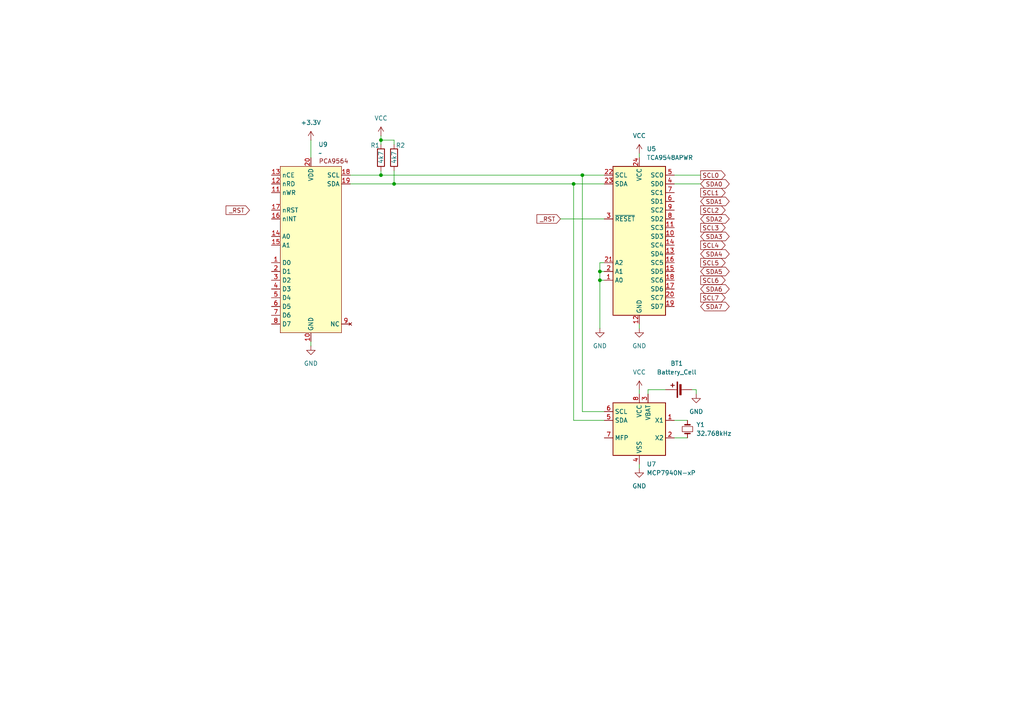
<source format=kicad_sch>
(kicad_sch (version 20250114) (generator "eeschema") (generator_version "9.0")
  (paper "A4")
  (lib_symbols
    (symbol "Device:Battery_Cell" (pin_numbers (hide yes)) (pin_names (offset 0) (hide yes))
      (property "Reference" "BT" (at 2.54 2.54 0))
      (property "Value" "Battery_Cell" (at 2.54 0 0))
      (symbol "Battery_Cell_0_1"
        (rectangle (start -2.286 1.778) (end 2.286 1.524) (fill (type outline)))
        (rectangle (start -1.524 1.016) (end 1.524 0.508) (fill (type outline)))
        (polyline (pts (xy 0 1.778) (xy 0 2.54)))
        (polyline (pts (xy 0 0.762) (xy 0 0)))
        (polyline (pts (xy 0.762 3.048) (xy 1.778 3.048)) (stroke (width 0.254)))
        (polyline (pts (xy 1.27 3.556) (xy 1.27 2.54)) (stroke (width 0.254)))
      )
      (symbol "Battery_Cell_1_1"
        (pin passive line (at 0 5.08 270) (length 2.54) (name "+") (number "1"))
        (pin passive line (at 0 -2.54 90) (length 2.54) (name "-") (number "2"))
      )
    )
    (symbol "Device:Crystal_Small" (pin_numbers (hide yes)) (pin_names (offset 1.016) (hide yes))
      (property "Reference" "Y" (at 0 2.54 0))
      (property "Value" "Crystal_Small" (at 0 -2.54 0))
      (symbol "Crystal_Small_0_1"
        (polyline (pts (xy -1.27 -0.762) (xy -1.27 0.762)) (stroke (width 0.381)))
        (rectangle (start -0.762 -1.524) (end 0.762 1.524))
        (polyline (pts (xy 1.27 -0.762) (xy 1.27 0.762)) (stroke (width 0.381)))
      )
      (symbol "Crystal_Small_1_1"
        (pin passive line (at -2.54 0 0) (length 1.27) (name "1") (number "1"))
        (pin passive line (at 2.54 0 180) (length 1.27) (name "2") (number "2"))
      )
    )
    (symbol "Device:R" (pin_numbers (hide yes)) (pin_names (offset 0))
      (property "Reference" "R" (at 2.032 0 90))
      (property "Value" "R" (at 0 0 90))
      (symbol "R_0_1"
        (rectangle (start -1.016 -2.54) (end 1.016 2.54) (stroke (width 0.254)))
      )
      (symbol "R_1_1"
        (pin passive line (at 0 3.81 270) (length 1.27) (name "~") (number "1"))
        (pin passive line (at 0 -3.81 90) (length 1.27) (name "~") (number "2"))
      )
    )
    (symbol "Interface_Expansion:TCA9548APWR"
      (property "Reference" "U" (at -7.62 21.59 0))
      (property "Value" "TCA9548APWR" (at 1.016 21.59 0))
      (symbol "TCA9548APWR_0_1"
        (rectangle (start -7.62 20.32) (end 7.62 -22.86) (stroke (width 0.254)) (fill (type background)))
      )
      (symbol "TCA9548APWR_1_1"
        (pin input line (at -10.16 17.78 0) (length 2.54) (name "SCL") (number "22"))
        (pin bidirectional line (at -10.16 15.24 0) (length 2.54) (name "SDA") (number "23"))
        (pin input line (at -10.16 5.08 0) (length 2.54) (name "~{RESET}") (number "3"))
        (pin input line (at -10.16 -7.62 0) (length 2.54) (name "A2") (number "21"))
        (pin input line (at -10.16 -10.16 0) (length 2.54) (name "A1") (number "2"))
        (pin input line (at -10.16 -12.7 0) (length 2.54) (name "A0") (number "1"))
        (pin power_in line (at 0 22.86 270) (length 2.54) (name "VCC") (number "24"))
        (pin power_in line (at 0 -25.4 90) (length 2.54) (name "GND") (number "12"))
        (pin output line (at 10.16 17.78 180) (length 2.54) (name "SC0") (number "5"))
        (pin bidirectional line (at 10.16 15.24 180) (length 2.54) (name "SD0") (number "4"))
        (pin output line (at 10.16 12.7 180) (length 2.54) (name "SC1") (number "7"))
        (pin bidirectional line (at 10.16 10.16 180) (length 2.54) (name "SD1") (number "6"))
        (pin output line (at 10.16 7.62 180) (length 2.54) (name "SC2") (number "9"))
        (pin bidirectional line (at 10.16 5.08 180) (length 2.54) (name "SD2") (number "8"))
        (pin output line (at 10.16 2.54 180) (length 2.54) (name "SC3") (number "11"))
        (pin bidirectional line (at 10.16 0 180) (length 2.54) (name "SD3") (number "10"))
        (pin output line (at 10.16 -2.54 180) (length 2.54) (name "SC4") (number "14"))
        (pin bidirectional line (at 10.16 -5.08 180) (length 2.54) (name "SD4") (number "13"))
        (pin output line (at 10.16 -7.62 180) (length 2.54) (name "SC5") (number "16"))
        (pin bidirectional line (at 10.16 -10.16 180) (length 2.54) (name "SD5") (number "15"))
        (pin output line (at 10.16 -12.7 180) (length 2.54) (name "SC6") (number "18"))
        (pin bidirectional line (at 10.16 -15.24 180) (length 2.54) (name "SD6") (number "17"))
        (pin output line (at 10.16 -17.78 180) (length 2.54) (name "SC7") (number "20"))
        (pin bidirectional line (at 10.16 -20.32 180) (length 2.54) (name "SD7") (number "19"))
      )
    )
    (symbol "PCA9564_1"
      (property "Reference" "U" (at 7.112 54.61 0))
      (symbol "PCA9564_1_1_1"
        (rectangle (start -6.35 50.8) (end 11.43 2.54) (fill (type background)))
        (text "PCA9564" (at 9.144 52.324 0) (effects (font (size 1.27 1.27))))
        (pin input line (at -8.89 48.26 0) (length 2.54) (name "nCE") (number "13"))
        (pin input line (at -8.89 45.72 0) (length 2.54) (name "nRD") (number "12"))
        (pin input line (at -8.89 43.18 0) (length 2.54) (name "nWR") (number "11"))
        (pin input line (at -8.89 38.1 0) (length 2.54) (name "nRST") (number "17"))
        (pin input line (at -8.89 35.56 0) (length 2.54) (name "nINT") (number "16"))
        (pin input line (at -8.89 30.48 0) (length 2.54) (name "A0") (number "14"))
        (pin input line (at -8.89 27.94 0) (length 2.54) (name "A1") (number "15"))
        (pin bidirectional line (at -8.89 22.86 0) (length 2.54) (name "D0") (number "1"))
        (pin bidirectional line (at -8.89 20.32 0) (length 2.54) (name "D1") (number "2"))
        (pin bidirectional line (at -8.89 17.78 0) (length 2.54) (name "D2") (number "3"))
        (pin bidirectional line (at -8.89 15.24 0) (length 2.54) (name "D3") (number "4"))
        (pin bidirectional line (at -8.89 12.7 0) (length 2.54) (name "D4") (number "5"))
        (pin bidirectional line (at -8.89 10.16 0) (length 2.54) (name "D5") (number "6"))
        (pin bidirectional line (at -8.89 7.62 0) (length 2.54) (name "D6") (number "7"))
        (pin bidirectional line (at -8.89 5.08 0) (length 2.54) (name "D7") (number "8"))
        (pin power_in line (at 2.54 53.34 270) (length 2.54) (name "VDD") (number "20"))
        (pin power_in line (at 2.54 0 90) (length 2.54) (name "GND") (number "10"))
        (pin bidirectional line (at 13.97 48.26 180) (length 2.54) (name "SCL") (number "18"))
        (pin bidirectional line (at 13.97 45.72 180) (length 2.54) (name "SDA") (number "19"))
        (pin no_connect line (at 13.97 5.08 180) (length 2.54) (name "NC") (number "9"))
      )
    )
    (symbol "Timer_RTC:MCP7940N-xP"
      (property "Reference" "U" (at -6.35 8.89 0))
      (property "Value" "MCP7940N-xP" (at 11.43 8.89 0))
      (symbol "MCP7940N-xP_0_1"
        (rectangle (start -7.62 7.62) (end 7.62 -7.62) (stroke (width 0.254)) (fill (type background)))
      )
      (symbol "MCP7940N-xP_1_1"
        (pin input line (at -10.16 5.08 0) (length 2.54) (name "SCL") (number "6"))
        (pin bidirectional line (at -10.16 2.54 0) (length 2.54) (name "SDA") (number "5"))
        (pin open_collector line (at -10.16 -2.54 0) (length 2.54) (name "MFP") (number "7"))
        (pin power_in line (at 0 10.16 270) (length 2.54) (name "VCC") (number "8"))
        (pin power_in line (at 0 -10.16 90) (length 2.54) (name "VSS") (number "4"))
        (pin power_in line (at 2.54 10.16 270) (length 2.54) (name "VBAT") (number "3"))
        (pin input line (at 10.16 2.54 180) (length 2.54) (name "X1") (number "1"))
        (pin output line (at 10.16 -2.54 180) (length 2.54) (name "X2") (number "2"))
      )
    )
    (symbol "power:+3.3V" (power) (pin_numbers (hide yes)) (pin_names (offset 0) (hide yes))
      (property "Value" "+3.3V" (at 0 3.556 0))
      (symbol "+3.3V_0_1"
        (polyline (pts (xy -0.762 1.27) (xy 0 2.54)))
        (polyline (pts (xy 0 2.54) (xy 0.762 1.27)))
        (polyline (pts (xy 0 0) (xy 0 2.54)))
      )
      (symbol "+3.3V_1_1"
        (pin power_in line (at 0 0 90) (length 0) (name "~") (number "1"))
      )
    )
    (symbol "power:GND" (power) (pin_numbers (hide yes)) (pin_names (offset 0) (hide yes))
      (property "Value" "GND" (at 0 -3.81 0))
      (symbol "GND_0_1"
        (polyline (pts (xy 0 0) (xy 0 -1.27) (xy 1.27 -1.27) (xy 0 -2.54) (xy -1.27 -1.27) (xy 0 -1.27)))
      )
      (symbol "GND_1_1"
        (pin power_in line (at 0 0 270) (length 0) (name "~") (number "1"))
      )
    )
    (symbol "power:VCC" (power) (pin_numbers (hide yes)) (pin_names (offset 0) (hide yes))
      (property "Value" "VCC" (at 0 3.556 0))
      (symbol "VCC_0_1"
        (polyline (pts (xy -0.762 1.27) (xy 0 2.54)))
        (polyline (pts (xy 0 2.54) (xy 0.762 1.27)))
        (polyline (pts (xy 0 0) (xy 0 2.54)))
      )
      (symbol "VCC_1_1"
        (pin power_in line (at 0 0 90) (length 0) (name "~") (number "1"))
      )
    )
  )
  (junction (at 110.49 50.8))
  (junction (at 173.99 81.28))
  (junction (at 166.37 53.34))
  (junction (at 114.3 53.34))
  (junction (at 168.91 50.8))
  (junction (at 110.49 40.64))
  (junction (at 173.99 78.74))
  (wire (pts (xy 187.96 113.03) (xy 193.04 113.03)))
  (wire (pts (xy 110.49 50.8) (xy 168.91 50.8)))
  (wire (pts (xy 168.91 50.8) (xy 168.91 119.38)))
  (wire (pts (xy 110.49 40.64) (xy 114.3 40.64)))
  (wire (pts (xy 201.93 113.03) (xy 201.93 114.3)))
  (wire (pts (xy 173.99 81.28) (xy 173.99 95.25)))
  (wire (pts (xy 90.17 40.64) (xy 90.17 45.72)))
  (wire (pts (xy 110.49 39.37) (xy 110.49 40.64)))
  (wire (pts (xy 173.99 76.2) (xy 173.99 78.74)))
  (wire (pts (xy 200.66 113.03) (xy 201.93 113.03)))
  (wire (pts (xy 90.17 99.06) (xy 90.17 100.33)))
  (wire (pts (xy 110.49 40.64) (xy 110.49 41.91)))
  (wire (pts (xy 166.37 53.34) (xy 175.26 53.34)))
  (wire (pts (xy 195.58 50.8) (xy 203.2 50.8)))
  (wire (pts (xy 185.42 44.45) (xy 185.42 45.72)))
  (wire (pts (xy 185.42 93.98) (xy 185.42 95.25)))
  (wire (pts (xy 114.3 41.91) (xy 114.3 40.64)))
  (wire (pts (xy 114.3 53.34) (xy 166.37 53.34)))
  (wire (pts (xy 185.42 134.62) (xy 185.42 135.89)))
  (wire (pts (xy 110.49 49.53) (xy 110.49 50.8)))
  (wire (pts (xy 173.99 81.28) (xy 175.26 81.28)))
  (wire (pts (xy 166.37 53.34) (xy 166.37 121.92)))
  (wire (pts (xy 114.3 49.53) (xy 114.3 53.34)))
  (wire (pts (xy 187.96 114.3) (xy 187.96 113.03)))
  (wire (pts (xy 173.99 78.74) (xy 175.26 78.74)))
  (wire (pts (xy 168.91 50.8) (xy 175.26 50.8)))
  (wire (pts (xy 101.6 53.34) (xy 114.3 53.34)))
  (wire (pts (xy 168.91 119.38) (xy 175.26 119.38)))
  (wire (pts (xy 175.26 76.2) (xy 173.99 76.2)))
  (wire (pts (xy 166.37 121.92) (xy 175.26 121.92)))
  (wire (pts (xy 195.58 127) (xy 199.39 127)))
  (wire (pts (xy 173.99 78.74) (xy 173.99 81.28)))
  (wire (pts (xy 195.58 53.34) (xy 203.2 53.34)))
  (wire (pts (xy 162.56 63.5) (xy 175.26 63.5)))
  (wire (pts (xy 185.42 113.03) (xy 185.42 114.3)))
  (wire (pts (xy 195.58 121.92) (xy 199.39 121.92)))
  (wire (pts (xy 101.6 50.8) (xy 110.49 50.8)))
  (global_label "SDA7" (shape bidirectional) (at 203.2 88.9 0) (property "Intersheetrefs" "${INTERSHEET_REFS}" (effects (hide yes))))
  (global_label "SDA3" (shape bidirectional) (at 203.2 68.58 0) (property "Intersheetrefs" "${INTERSHEET_REFS}" (effects (hide yes))))
  (global_label "SDA2" (shape bidirectional) (at 203.2 63.5 0) (property "Intersheetrefs" "${INTERSHEET_REFS}" (effects (hide yes))))
  (global_label "SCL1" (shape output) (at 203.2 55.88 0) (property "Intersheetrefs" "${INTERSHEET_REFS}" (effects (hide yes))))
  (global_label "SCL6" (shape output) (at 203.2 81.28 0) (property "Intersheetrefs" "${INTERSHEET_REFS}" (effects (hide yes))))
  (global_label "SDA4" (shape bidirectional) (at 203.2 73.66 0) (property "Intersheetrefs" "${INTERSHEET_REFS}" (effects (hide yes))))
  (global_label "SCL4" (shape output) (at 203.2 71.12 0) (property "Intersheetrefs" "${INTERSHEET_REFS}" (effects (hide yes))))
  (global_label "SCL2" (shape output) (at 203.2 60.96 0) (property "Intersheetrefs" "${INTERSHEET_REFS}" (effects (hide yes))))
  (global_label "SCL5" (shape output) (at 203.2 76.2 0) (property "Intersheetrefs" "${INTERSHEET_REFS}" (effects (hide yes))))
  (global_label "SDA5" (shape bidirectional) (at 203.2 78.74 0) (property "Intersheetrefs" "${INTERSHEET_REFS}" (effects (hide yes))))
  (global_label "SDA1" (shape bidirectional) (at 203.2 58.42 0) (property "Intersheetrefs" "${INTERSHEET_REFS}" (effects (hide yes))))
  (global_label "SCL3" (shape output) (at 203.2 66.04 0) (property "Intersheetrefs" "${INTERSHEET_REFS}" (effects (hide yes))))
  (global_label "SDA0" (shape bidirectional) (at 203.2 53.34 0) (property "Intersheetrefs" "${INTERSHEET_REFS}" (effects (hide yes))))
  (global_label "SCL7" (shape output) (at 203.2 86.36 0) (property "Intersheetrefs" "${INTERSHEET_REFS}" (effects (hide yes))))
  (global_label "SCL0" (shape output) (at 203.2 50.8 0) (property "Intersheetrefs" "${INTERSHEET_REFS}" (effects (hide yes))))
  (global_label "SDA6" (shape bidirectional) (at 203.2 83.82 0) (property "Intersheetrefs" "${INTERSHEET_REFS}" (effects (hide yes))))
  (global_label "_RST" (shape input) (at 162.56 63.5 180) (property "Intersheetrefs" "${INTERSHEET_REFS}" (effects (hide yes))))
  (global_label "_RST" (shape input) (at 72.39 60.96 180) (property "Intersheetrefs" "${INTERSHEET_REFS}" (effects (hide yes))))
  (symbol (lib_id "power:GND") (at 185.42 95.25 0) (unit 1)
    (property "Reference" "#PWR042" (effects (hide yes)))
    (property "Value" "GND" (at 185.42 100.33 0))
    (property "Description" "Power symbol creates a global label with name \"GND\" , ground" (effects (hide yes)))
  )
  (symbol (lib_id "power:GND") (at 185.42 135.89 0) (unit 1)
    (property "Reference" "#PWR041" (effects (hide yes)))
    (property "Value" "GND" (at 185.42 140.97 0))
    (property "Description" "Power symbol creates a global label with name \"GND\" , ground" (effects (hide yes)))
  )
  (symbol (lib_id "Timer_RTC:MCP7940N-xP") (at 185.42 124.46 0) (unit 1)
    (property "Reference" "U7" (at 187.5633 134.62 0) (effects (justify left)))
    (property "Value" "MCP7940N-xP" (at 187.5633 137.16 0) (effects (justify left)))
    (property "Datasheet" "http://ww1.microchip.com/downloads/en/DeviceDoc/20005010F.pdf" (effects (hide yes)))
    (property "Description" "Real-Time Clock, I2C, Battery Backup, DIP-8" (effects (hide yes)))
  )
  (symbol (lib_id "power:GND") (at 173.99 95.25 0) (unit 1)
    (property "Reference" "#PWR045" (effects (hide yes)))
    (property "Value" "GND" (at 173.99 100.33 0))
    (property "Description" "Power symbol creates a global label with name \"GND\" , ground" (effects (hide yes)))
  )
  (symbol (lib_id "power:VCC") (at 185.42 113.03 0) (unit 1)
    (property "Reference" "#PWR038" (effects (hide yes)))
    (property "Value" "VCC" (at 185.42 107.95 0))
    (property "Description" "Power symbol creates a global label with name \"VCC\"" (effects (hide yes)))
  )
  (symbol (lib_id "Device:Crystal_Small") (at 199.39 124.46 90) (unit 1)
    (property "Reference" "Y1" (at 201.93 123.1899 90) (effects (justify right)))
    (property "Value" "32.768kHz" (at 201.93 125.7299 90) (effects (justify right)))
    (property "Description" "Two pin crystal, small symbol" (effects (hide yes)))
  )
  (symbol (lib_name "PCA9564_1") (lib_id "New_Library:PCA9564") (at 87.63 99.06 0) (unit 1)
    (property "Reference" "U9" (at 92.3133 41.91 0) (effects (justify left)))
    (property "Value" "~" (at 92.3133 44.45 0) (effects (justify left)))
  )
  (symbol (lib_id "Device:R") (at 114.3 45.72 0) (unit 1)
    (property "Reference" "R2" (at 114.808 42.164 0) (effects (justify left)))
    (property "Value" "4k7" (at 114.3 47.498 90) (effects (justify left)))
    (property "Description" "Resistor" (effects (hide yes)))
  )
  (symbol (lib_id "power:+3.3V") (at 90.17 40.64 0) (unit 1)
    (property "Reference" "#PWR036" (effects (hide yes)))
    (property "Value" "+3.3V" (at 90.17 35.56 0))
    (property "Description" "Power symbol creates a global label with name \"+3.3V\"" (effects (hide yes)))
  )
  (symbol (lib_id "power:GND") (at 90.17 100.33 0) (unit 1)
    (property "Reference" "#PWR043" (effects (hide yes)))
    (property "Value" "GND" (at 90.17 105.41 0))
    (property "Description" "Power symbol creates a global label with name \"GND\" , ground" (effects (hide yes)))
  )
  (symbol (lib_id "Device:R") (at 110.49 45.72 0) (unit 1)
    (property "Reference" "R1" (at 107.442 42.164 0) (effects (justify left)))
    (property "Value" "4k7" (at 110.49 47.498 90) (effects (justify left)))
    (property "Description" "Resistor" (effects (hide yes)))
  )
  (symbol (lib_id "power:GND") (at 201.93 114.3 0) (unit 1)
    (property "Reference" "#PWR044" (effects (hide yes)))
    (property "Value" "GND" (at 201.93 119.38 0))
    (property "Description" "Power symbol creates a global label with name \"GND\" , ground" (effects (hide yes)))
  )
  (symbol (lib_id "Interface_Expansion:TCA9548APWR") (at 185.42 68.58 0) (unit 1)
    (property "Reference" "U5" (at 187.5633 43.18 0) (effects (justify left)))
    (property "Value" "TCA9548APWR" (at 187.5633 45.72 0) (effects (justify left)))
    (property "Footprint" "Package_SO:TSSOP-24_4.4x7.8mm_P0.65mm" (effects (hide yes)))
    (property "Datasheet" "http://www.ti.com/lit/ds/symlink/tca9548a.pdf" (effects (hide yes)))
    (property "Description" "Low voltage 8-channel I2C switch with reset, TSSOP-24" (effects (hide yes)))
  )
  (symbol (lib_id "power:VCC") (at 185.42 44.45 0) (unit 1)
    (property "Reference" "#PWR037" (effects (hide yes)))
    (property "Value" "VCC" (at 185.42 39.37 0))
    (property "Description" "Power symbol creates a global label with name \"VCC\"" (effects (hide yes)))
  )
  (symbol (lib_id "Device:Battery_Cell") (at 198.12 113.03 90) (unit 1)
    (property "Reference" "BT1" (at 196.2785 105.41 90))
    (property "Value" "Battery_Cell" (at 196.2785 107.95 90))
    (property "Description" "Single-cell battery" (effects (hide yes)))
  )
  (symbol (lib_id "power:VCC") (at 110.49 39.37 0) (unit 1)
    (property "Reference" "#PWR035" (effects (hide yes)))
    (property "Value" "VCC" (at 110.49 34.29 0))
    (property "Description" "Power symbol creates a global label with name \"VCC\"" (effects (hide yes)))
  )
)
</source>
